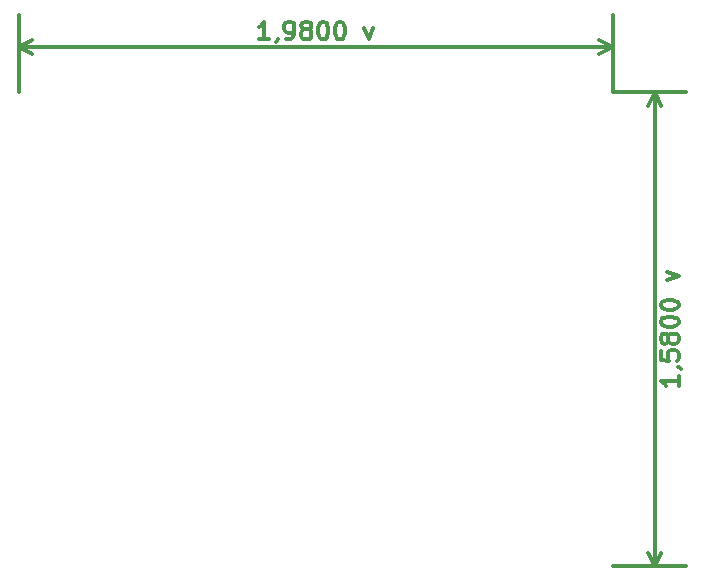
<source format=gbr>
G04 #@! TF.FileFunction,Drawing*
%FSLAX46Y46*%
G04 Gerber Fmt 4.6, Leading zero omitted, Abs format (unit mm)*
G04 Created by KiCad (PCBNEW 0.201503251001+5534~22~ubuntu14.04.1-product) date Čt 26. březen 2015, 00:04:57 CET*
%MOMM*%
G01*
G04 APERTURE LIST*
%ADD10C,0.300000*%
G04 APERTURE END LIST*
D10*
X56130571Y16391430D02*
X56130571Y15534287D01*
X56130571Y15962859D02*
X54630571Y15962859D01*
X54844857Y15820002D01*
X54987714Y15677144D01*
X55059143Y15534287D01*
X56059143Y17105715D02*
X56130571Y17105715D01*
X56273429Y17034287D01*
X56344857Y16962858D01*
X54630571Y18462859D02*
X54630571Y17748573D01*
X55344857Y17677144D01*
X55273429Y17748573D01*
X55202000Y17891430D01*
X55202000Y18248573D01*
X55273429Y18391430D01*
X55344857Y18462859D01*
X55487714Y18534287D01*
X55844857Y18534287D01*
X55987714Y18462859D01*
X56059143Y18391430D01*
X56130571Y18248573D01*
X56130571Y17891430D01*
X56059143Y17748573D01*
X55987714Y17677144D01*
X55273429Y19391430D02*
X55202000Y19248572D01*
X55130571Y19177144D01*
X54987714Y19105715D01*
X54916286Y19105715D01*
X54773429Y19177144D01*
X54702000Y19248572D01*
X54630571Y19391430D01*
X54630571Y19677144D01*
X54702000Y19820001D01*
X54773429Y19891430D01*
X54916286Y19962858D01*
X54987714Y19962858D01*
X55130571Y19891430D01*
X55202000Y19820001D01*
X55273429Y19677144D01*
X55273429Y19391430D01*
X55344857Y19248572D01*
X55416286Y19177144D01*
X55559143Y19105715D01*
X55844857Y19105715D01*
X55987714Y19177144D01*
X56059143Y19248572D01*
X56130571Y19391430D01*
X56130571Y19677144D01*
X56059143Y19820001D01*
X55987714Y19891430D01*
X55844857Y19962858D01*
X55559143Y19962858D01*
X55416286Y19891430D01*
X55344857Y19820001D01*
X55273429Y19677144D01*
X54630571Y20891429D02*
X54630571Y21034286D01*
X54702000Y21177143D01*
X54773429Y21248572D01*
X54916286Y21320001D01*
X55202000Y21391429D01*
X55559143Y21391429D01*
X55844857Y21320001D01*
X55987714Y21248572D01*
X56059143Y21177143D01*
X56130571Y21034286D01*
X56130571Y20891429D01*
X56059143Y20748572D01*
X55987714Y20677143D01*
X55844857Y20605715D01*
X55559143Y20534286D01*
X55202000Y20534286D01*
X54916286Y20605715D01*
X54773429Y20677143D01*
X54702000Y20748572D01*
X54630571Y20891429D01*
X54630571Y22320000D02*
X54630571Y22462857D01*
X54702000Y22605714D01*
X54773429Y22677143D01*
X54916286Y22748572D01*
X55202000Y22820000D01*
X55559143Y22820000D01*
X55844857Y22748572D01*
X55987714Y22677143D01*
X56059143Y22605714D01*
X56130571Y22462857D01*
X56130571Y22320000D01*
X56059143Y22177143D01*
X55987714Y22105714D01*
X55844857Y22034286D01*
X55559143Y21962857D01*
X55202000Y21962857D01*
X54916286Y22034286D01*
X54773429Y22105714D01*
X54702000Y22177143D01*
X54630571Y22320000D01*
X55130571Y24462857D02*
X56130571Y24820000D01*
X55130571Y25177142D01*
X54102000Y254000D02*
X54102000Y40386000D01*
X50546000Y254000D02*
X56802000Y254000D01*
X50546000Y40386000D02*
X56802000Y40386000D01*
X54102000Y40386000D02*
X54688421Y39259496D01*
X54102000Y40386000D02*
X53515579Y39259496D01*
X54102000Y254000D02*
X54688421Y1380504D01*
X54102000Y254000D02*
X53515579Y1380504D01*
X21471430Y44867429D02*
X20614287Y44867429D01*
X21042859Y44867429D02*
X21042859Y46367429D01*
X20900002Y46153143D01*
X20757144Y46010286D01*
X20614287Y45938857D01*
X22185715Y44938857D02*
X22185715Y44867429D01*
X22114287Y44724571D01*
X22042858Y44653143D01*
X22900001Y44867429D02*
X23185716Y44867429D01*
X23328573Y44938857D01*
X23400001Y45010286D01*
X23542859Y45224571D01*
X23614287Y45510286D01*
X23614287Y46081714D01*
X23542859Y46224571D01*
X23471430Y46296000D01*
X23328573Y46367429D01*
X23042859Y46367429D01*
X22900001Y46296000D01*
X22828573Y46224571D01*
X22757144Y46081714D01*
X22757144Y45724571D01*
X22828573Y45581714D01*
X22900001Y45510286D01*
X23042859Y45438857D01*
X23328573Y45438857D01*
X23471430Y45510286D01*
X23542859Y45581714D01*
X23614287Y45724571D01*
X24471430Y45724571D02*
X24328572Y45796000D01*
X24257144Y45867429D01*
X24185715Y46010286D01*
X24185715Y46081714D01*
X24257144Y46224571D01*
X24328572Y46296000D01*
X24471430Y46367429D01*
X24757144Y46367429D01*
X24900001Y46296000D01*
X24971430Y46224571D01*
X25042858Y46081714D01*
X25042858Y46010286D01*
X24971430Y45867429D01*
X24900001Y45796000D01*
X24757144Y45724571D01*
X24471430Y45724571D01*
X24328572Y45653143D01*
X24257144Y45581714D01*
X24185715Y45438857D01*
X24185715Y45153143D01*
X24257144Y45010286D01*
X24328572Y44938857D01*
X24471430Y44867429D01*
X24757144Y44867429D01*
X24900001Y44938857D01*
X24971430Y45010286D01*
X25042858Y45153143D01*
X25042858Y45438857D01*
X24971430Y45581714D01*
X24900001Y45653143D01*
X24757144Y45724571D01*
X25971429Y46367429D02*
X26114286Y46367429D01*
X26257143Y46296000D01*
X26328572Y46224571D01*
X26400001Y46081714D01*
X26471429Y45796000D01*
X26471429Y45438857D01*
X26400001Y45153143D01*
X26328572Y45010286D01*
X26257143Y44938857D01*
X26114286Y44867429D01*
X25971429Y44867429D01*
X25828572Y44938857D01*
X25757143Y45010286D01*
X25685715Y45153143D01*
X25614286Y45438857D01*
X25614286Y45796000D01*
X25685715Y46081714D01*
X25757143Y46224571D01*
X25828572Y46296000D01*
X25971429Y46367429D01*
X27400000Y46367429D02*
X27542857Y46367429D01*
X27685714Y46296000D01*
X27757143Y46224571D01*
X27828572Y46081714D01*
X27900000Y45796000D01*
X27900000Y45438857D01*
X27828572Y45153143D01*
X27757143Y45010286D01*
X27685714Y44938857D01*
X27542857Y44867429D01*
X27400000Y44867429D01*
X27257143Y44938857D01*
X27185714Y45010286D01*
X27114286Y45153143D01*
X27042857Y45438857D01*
X27042857Y45796000D01*
X27114286Y46081714D01*
X27185714Y46224571D01*
X27257143Y46296000D01*
X27400000Y46367429D01*
X29542857Y45867429D02*
X29900000Y44867429D01*
X30257142Y45867429D01*
X254000Y44196000D02*
X50546000Y44196000D01*
X254000Y40386000D02*
X254000Y46896000D01*
X50546000Y40386000D02*
X50546000Y46896000D01*
X50546000Y44196000D02*
X49419496Y43609579D01*
X50546000Y44196000D02*
X49419496Y44782421D01*
X254000Y44196000D02*
X1380504Y43609579D01*
X254000Y44196000D02*
X1380504Y44782421D01*
M02*

</source>
